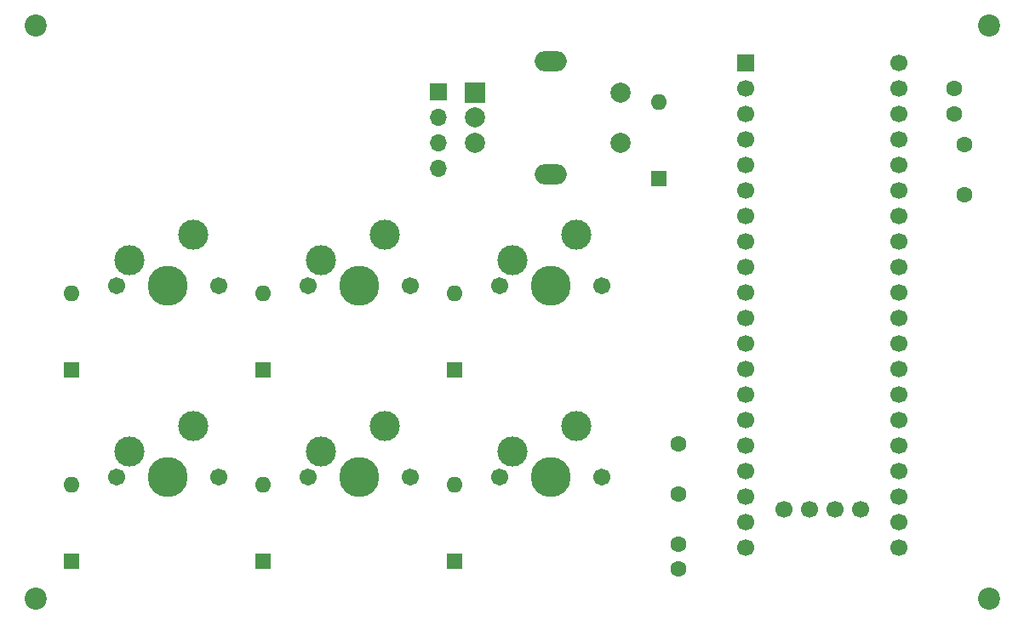
<source format=gts>
G04 #@! TF.GenerationSoftware,KiCad,Pcbnew,9.0.2*
G04 #@! TF.CreationDate,2025-09-21T22:05:50-04:00*
G04 #@! TF.ProjectId,vWAN-macropad,7657414e-2d6d-4616-9372-6f7061642e6b,v1*
G04 #@! TF.SameCoordinates,Original*
G04 #@! TF.FileFunction,Soldermask,Top*
G04 #@! TF.FilePolarity,Negative*
%FSLAX46Y46*%
G04 Gerber Fmt 4.6, Leading zero omitted, Abs format (unit mm)*
G04 Created by KiCad (PCBNEW 9.0.2) date 2025-09-21 22:05:50*
%MOMM*%
%LPD*%
G01*
G04 APERTURE LIST*
%ADD10C,2.200000*%
%ADD11C,1.600000*%
%ADD12R,1.700000X1.700000*%
%ADD13C,1.700000*%
%ADD14O,3.200000X2.000000*%
%ADD15R,2.000000X2.000000*%
%ADD16C,2.000000*%
%ADD17O,1.700000X1.700000*%
%ADD18C,1.701800*%
%ADD19C,3.000000*%
%ADD20C,3.987800*%
%ADD21R,1.600000X1.600000*%
%ADD22O,1.600000X1.600000*%
G04 APERTURE END LIST*
D10*
X220266000Y-135557000D03*
D11*
X189357000Y-120142000D03*
X189357000Y-125142000D03*
D10*
X220266000Y-78438000D03*
D12*
X196088000Y-82169000D03*
D13*
X196088000Y-84709000D03*
X196088000Y-87249000D03*
X196088000Y-89789000D03*
X196088000Y-92329000D03*
X196088000Y-94869000D03*
X196088000Y-97409000D03*
X196088000Y-99949000D03*
X196088000Y-102489000D03*
X196088000Y-105029000D03*
X196088000Y-107569000D03*
X196088000Y-110109000D03*
X196088000Y-112649000D03*
X196088000Y-115189000D03*
X196088000Y-117729000D03*
X196088000Y-120269000D03*
X196088000Y-122809000D03*
X196088000Y-125349000D03*
X196088000Y-127889000D03*
X196088000Y-130429000D03*
X211328000Y-130429000D03*
X211328000Y-127889000D03*
X211328000Y-125349000D03*
X211328000Y-122809000D03*
X211328000Y-120269000D03*
X211328000Y-117729000D03*
X211328000Y-115189000D03*
X211328000Y-112649000D03*
X211328000Y-110109000D03*
X211328000Y-107569000D03*
X211328000Y-105029000D03*
X211328000Y-102489000D03*
X211328000Y-99949000D03*
X211328000Y-97409000D03*
X211328000Y-94869000D03*
X211328000Y-92329000D03*
X211328000Y-89789000D03*
X211328000Y-87249000D03*
X211328000Y-84709000D03*
X211328000Y-82169000D03*
X207520000Y-126618000D03*
X204980000Y-126618000D03*
X202440000Y-126618000D03*
X199900000Y-126618000D03*
D14*
X176657000Y-82030000D03*
X176657000Y-93230000D03*
D15*
X169157000Y-85130000D03*
D16*
X169157000Y-90130000D03*
X169157000Y-87630000D03*
X183657000Y-90130000D03*
X183657000Y-85130000D03*
D11*
X217805000Y-90337000D03*
X217805000Y-95337000D03*
X216789000Y-84729000D03*
X216789000Y-87229000D03*
D10*
X125428000Y-78438000D03*
D12*
X165481000Y-85069000D03*
D17*
X165481000Y-87609000D03*
X165481000Y-90149000D03*
X165481000Y-92689000D03*
D11*
X189357000Y-130068000D03*
X189357000Y-132568000D03*
D10*
X125428000Y-135557000D03*
D18*
X162687000Y-123444000D03*
D19*
X160147000Y-118364000D03*
D20*
X157607000Y-123444000D03*
D19*
X153797000Y-120904000D03*
D18*
X152527000Y-123444000D03*
X181737000Y-123444000D03*
D19*
X179197000Y-118364000D03*
D20*
X176657000Y-123444000D03*
D19*
X172847000Y-120904000D03*
D18*
X171577000Y-123444000D03*
D21*
X167132000Y-112776000D03*
D22*
X167132000Y-105156000D03*
D18*
X143637000Y-104394000D03*
D19*
X141097000Y-99314000D03*
D20*
X138557000Y-104394000D03*
D19*
X134747000Y-101854000D03*
D18*
X133477000Y-104394000D03*
D21*
X129032000Y-131826000D03*
D22*
X129032000Y-124206000D03*
D21*
X129032000Y-112776000D03*
D22*
X129032000Y-105156000D03*
D21*
X148082000Y-131826000D03*
D22*
X148082000Y-124206000D03*
D18*
X143637000Y-123444000D03*
D19*
X141097000Y-118364000D03*
D20*
X138557000Y-123444000D03*
D19*
X134747000Y-120904000D03*
D18*
X133477000Y-123444000D03*
D21*
X148082000Y-112776000D03*
D22*
X148082000Y-105156000D03*
D21*
X167132000Y-131826000D03*
D22*
X167132000Y-124206000D03*
D21*
X187452000Y-93726000D03*
D22*
X187452000Y-86106000D03*
D18*
X181737000Y-104394000D03*
D19*
X179197000Y-99314000D03*
D20*
X176657000Y-104394000D03*
D19*
X172847000Y-101854000D03*
D18*
X171577000Y-104394000D03*
X162687000Y-104394000D03*
D19*
X160147000Y-99314000D03*
D20*
X157607000Y-104394000D03*
D19*
X153797000Y-101854000D03*
D18*
X152527000Y-104394000D03*
M02*

</source>
